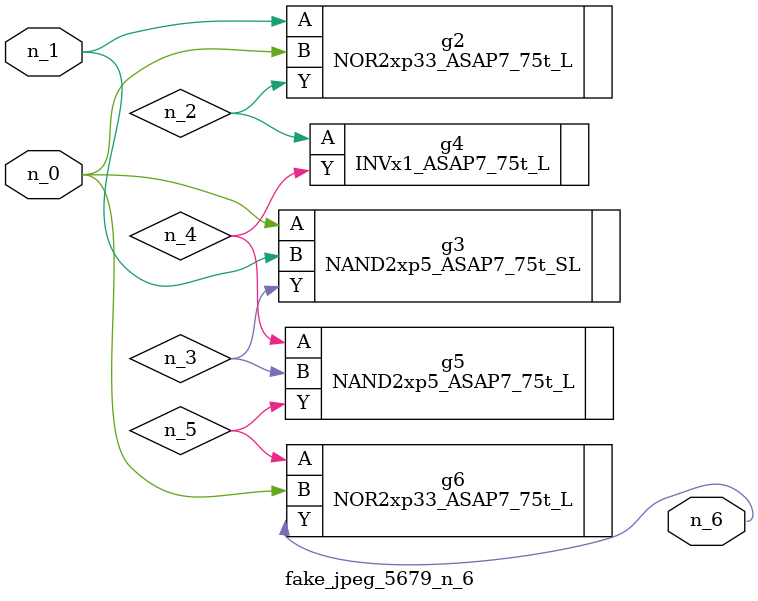
<source format=v>
module fake_jpeg_5679_n_6 (n_0, n_1, n_6);

input n_0;
input n_1;

output n_6;

wire n_3;
wire n_2;
wire n_4;
wire n_5;

NOR2xp33_ASAP7_75t_L g2 ( 
.A(n_1),
.B(n_0),
.Y(n_2)
);

NAND2xp5_ASAP7_75t_SL g3 ( 
.A(n_0),
.B(n_1),
.Y(n_3)
);

INVx1_ASAP7_75t_L g4 ( 
.A(n_2),
.Y(n_4)
);

NAND2xp5_ASAP7_75t_L g5 ( 
.A(n_4),
.B(n_3),
.Y(n_5)
);

NOR2xp33_ASAP7_75t_L g6 ( 
.A(n_5),
.B(n_0),
.Y(n_6)
);


endmodule
</source>
